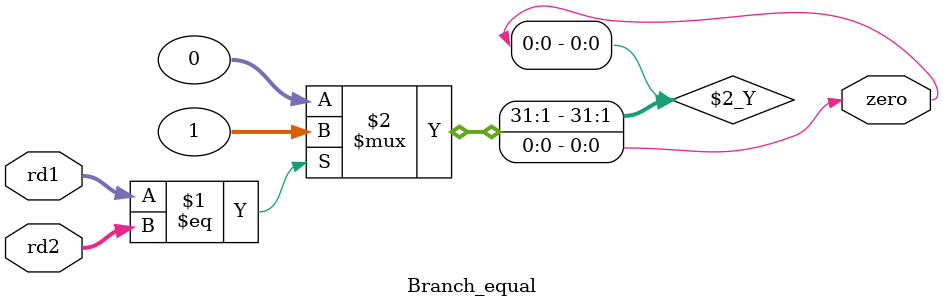
<source format=v>
`timescale 1ns/1ns
module Branch_equal(rd1, rd2, zero);
    input [31:0] rd1, rd2;
    output zero;
    assign zero = (rd1 == rd2) ? 1 : 0;

endmodule
</source>
